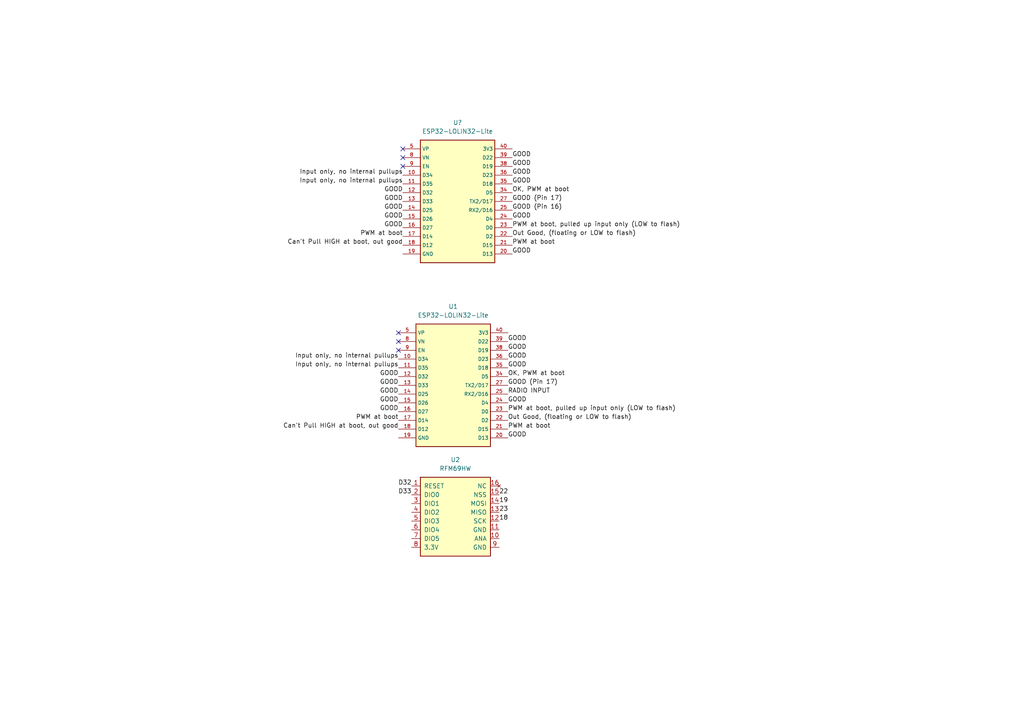
<source format=kicad_sch>
(kicad_sch (version 20250114) (generator "eeschema") (generator_version "9.0")
  (paper "A4")
  (lib_symbols
    (symbol "Espressif:ESP32-LOLIN32-Lite"
      (property "Reference" "U" (at -3.81 13.97 0))
      (property "Value" "ESP32-LOLIN32-Lite" (at 0 1.27 90))
      (symbol "ESP32-LOLIN32-Lite_0_1"
        (rectangle (start -11.43 19.05) (end 10.16 -16.51) (stroke (width 0.254)) (fill (type background)))
      )
      (symbol "ESP32-LOLIN32-Lite_1_1"
        (pin bidirectional line (at -16.51 16.51 0) (length 5.08) (name "VP") (number "5"))
        (pin bidirectional line (at -16.51 13.97 0) (length 5.08) (name "VN") (number "8"))
        (pin input line (at -16.51 11.43 0) (length 5.08) (name "EN") (number "9"))
        (pin bidirectional line (at -16.51 8.89 0) (length 5.08) (name "D34") (number "10"))
        (pin bidirectional line (at -16.51 6.35 0) (length 5.08) (name "D35") (number "11"))
        (pin bidirectional line (at -16.51 3.81 0) (length 5.08) (name "D32") (number "12"))
        (pin bidirectional line (at -16.51 1.27 0) (length 5.08) (name "D33") (number "13"))
        (pin bidirectional line (at -16.51 -1.27 0) (length 5.08) (name "D25") (number "14"))
        (pin bidirectional line (at -16.51 -3.81 0) (length 5.08) (name "D26") (number "15"))
        (pin bidirectional line (at -16.51 -6.35 0) (length 5.08) (name "D27") (number "16"))
        (pin bidirectional line (at -16.51 -8.89 0) (length 5.08) (name "D14") (number "17"))
        (pin bidirectional line (at -16.51 -11.43 0) (length 5.08) (name "D12") (number "18"))
        (pin power_in line (at -16.51 -13.97 0) (length 5.08) (name "GND") (number "19"))
        (pin input line (at 15.24 16.51 180) (length 5.08) (name "3V3") (number "40"))
        (pin bidirectional line (at 15.24 13.97 180) (length 5.08) (name "D22") (number "39"))
        (pin bidirectional line (at 15.24 11.43 180) (length 5.08) (name "D19") (number "38"))
        (pin bidirectional line (at 15.24 8.89 180) (length 5.08) (name "D23") (number "36"))
        (pin bidirectional line (at 15.24 6.35 180) (length 5.08) (name "D18") (number "35"))
        (pin bidirectional line (at 15.24 3.81 180) (length 5.08) (name "D5") (number "34"))
        (pin output line (at 15.24 1.27 180) (length 5.08) (name "TX2/D17") (number "27"))
        (pin input line (at 15.24 -1.27 180) (length 5.08) (name "RX2/D16") (number "25"))
        (pin bidirectional line (at 15.24 -3.81 180) (length 5.08) (name "D4") (number "24"))
        (pin bidirectional line (at 15.24 -6.35 180) (length 5.08) (name "D0") (number "23"))
        (pin bidirectional line (at 15.24 -8.89 180) (length 5.08) (name "D2") (number "22"))
        (pin bidirectional line (at 15.24 -11.43 180) (length 5.08) (name "D15") (number "21"))
        (pin bidirectional line (at 15.24 -13.97 180) (length 5.08) (name "D13") (number "20"))
      )
    )
    (symbol "My_Library:RFM69HW" (pin_names (offset 1.016))
      (property "Reference" "U" (at -3.81 11.43 0))
      (property "Value" "RFM69HW" (at -7.62 13.97 0))
      (symbol "RFM69HW_0_1"
        (rectangle (start -10.16 10.16) (end 10.16 -12.7) (stroke (width 0.254)) (fill (type background)))
      )
      (symbol "RFM69HW_1_1"
        (pin input line (at -12.7 7.62 0) (length 2.54) (name "RESET") (number "1"))
        (pin bidirectional line (at -12.7 5.08 0) (length 2.54) (name "DIO0") (number "2"))
        (pin bidirectional line (at -12.7 2.54 0) (length 2.54) (name "DIO1") (number "3"))
        (pin bidirectional line (at -12.7 0 0) (length 2.54) (name "DIO2") (number "4"))
        (pin bidirectional line (at -12.7 -2.54 0) (length 2.54) (name "DIO3") (number "5"))
        (pin bidirectional line (at -12.7 -5.08 0) (length 2.54) (name "DIO4") (number "6"))
        (pin bidirectional line (at -12.7 -7.62 0) (length 2.54) (name "DIO5") (number "7"))
        (pin power_in line (at -12.7 -10.16 0) (length 2.54) (name "3.3V") (number "8"))
        (pin no_connect line (at 12.7 7.62 180) (length 2.54) (name "NC") (number "16"))
        (pin input line (at 12.7 5.08 180) (length 2.54) (name "NSS") (number "15"))
        (pin input line (at 12.7 2.54 180) (length 2.54) (name "MOSI") (number "14"))
        (pin output line (at 12.7 0 180) (length 2.54) (name "MISO") (number "13"))
        (pin input line (at 12.7 -2.54 180) (length 2.54) (name "SCK") (number "12"))
        (pin power_in line (at 12.7 -5.08 180) (length 2.54) (name "GND") (number "11"))
        (pin output line (at 12.7 -7.62 180) (length 2.54) (name "ANA") (number "10"))
        (pin power_in line (at 12.7 -10.16 180) (length 2.54) (name "GND") (number "9"))
      )
    )
  )
  (no_connect (at 116.84 48.26))
  (no_connect (at 115.57 99.06))
  (no_connect (at 116.84 43.18))
  (no_connect (at 115.57 96.52))
  (no_connect (at 115.57 101.6))
  (no_connect (at 116.84 45.72))
  (label "Out Good, (floating or LOW to flash)" (at 148.59 68.58 0))
  (label "GOOD" (at 147.32 127 0))
  (label "D33" (at 119.38 143.51 180))
  (label "GOOD" (at 116.84 60.96 180))
  (label "23" (at 144.78 148.59 0))
  (label "Can't Pull HIGH at boot, out good" (at 116.84 71.12 180))
  (label "GOOD" (at 115.57 114.3 180))
  (label "RADIO INPUT" (at 147.32 114.3 0))
  (label "Input only, no internal pullups" (at 115.57 104.14 180))
  (label "PWM at boot, pulled up input only (LOW to flash)" (at 147.32 119.38 0))
  (label "GOOD" (at 115.57 116.84 180))
  (label "Can't Pull HIGH at boot, out good" (at 115.57 124.46 180))
  (label "GOOD" (at 148.59 73.66 0))
  (label "PWM at boot" (at 148.59 71.12 0))
  (label "GOOD" (at 148.59 53.34 0))
  (label "GOOD (Pin 17)" (at 148.59 58.42 0))
  (label "GOOD" (at 147.32 104.14 0))
  (label "Input only, no internal pullups" (at 115.57 106.68 180))
  (label "PWM at boot, pulled up input only (LOW to flash)" (at 148.59 66.04 0))
  (label "Input only, no internal pullups" (at 116.84 50.8 180))
  (label "GOOD (Pin 16)" (at 148.59 60.96 0))
  (label "GOOD" (at 116.84 58.42 180))
  (label "PWM at boot" (at 147.32 124.46 0))
  (label "GOOD" (at 115.57 109.22 180))
  (label "GOOD (Pin 17)" (at 147.32 111.76 0))
  (label "OK, PWM at boot" (at 148.59 55.88 0))
  (label "19" (at 144.78 146.05 0))
  (label "GOOD" (at 115.57 119.38 180))
  (label "GOOD" (at 147.32 99.06 0))
  (label "GOOD" (at 147.32 101.6 0))
  (label "18" (at 144.78 151.13 0))
  (label "GOOD" (at 148.59 63.5 0))
  (label "Input only, no internal pullups" (at 116.84 53.34 180))
  (label "GOOD" (at 116.84 63.5 180))
  (label "GOOD" (at 115.57 111.76 180))
  (label "PWM at boot" (at 116.84 68.58 180))
  (label "GOOD" (at 116.84 55.88 180))
  (label "GOOD" (at 148.59 50.8 0))
  (label "GOOD" (at 148.59 45.72 0))
  (label "GOOD" (at 147.32 106.68 0))
  (label "GOOD" (at 148.59 48.26 0))
  (label "OK, PWM at boot" (at 147.32 109.22 0))
  (label "GOOD" (at 147.32 116.84 0))
  (label "Out Good, (floating or LOW to flash)" (at 147.32 121.92 0))
  (label "D32" (at 119.38 140.97 180))
  (label "PWM at boot" (at 115.57 121.92 180))
  (label "22" (at 144.78 143.51 0))
  (label "GOOD" (at 116.84 66.04 180))
  (symbol (lib_id "My_Library:RFM69HW") (at 132.08 148.59 0) (unit 1)
    (property "Reference" "U2" (at 132.08 133.35 0))
    (property "Value" "RFM69HW" (at 132.08 135.89 0))
    (property "Footprint" "RF_Module:HOPERF_RFM69HW" (effects (hide yes)))
    (property "Datasheet" "https://www.hoperf.com/data/upload/portal/20181127/5bfcbb56f1fd7.pdf" (effects (hide yes)))
    (property "Description" "ISM Radio Transceiver Module, SPI interface" (effects (hide yes)))
  )
  (symbol (lib_id "Espressif:ESP32-LOLIN32-Lite") (at 132.08 113.03 0) (unit 1)
    (property "Reference" "U1" (at 131.445 88.9 0))
    (property "Value" "ESP32-LOLIN32-Lite" (at 131.445 91.44 0))
    (property "Footprint" "Espressif:ESP32-LOLIN32-Lite" (effects (hide yes)))
  )
  (symbol (lib_id "Espressif:ESP32-LOLIN32-Lite") (at 133.35 59.69 0) (unit 1)
    (property "Reference" "U?" (at 132.715 35.56 0))
    (property "Value" "ESP32-LOLIN32-Lite" (at 132.715 38.1 0))
    (property "Footprint" "Espressif:ESP32-LOLIN32-Lite" (effects (hide yes)))
  )
)
</source>
